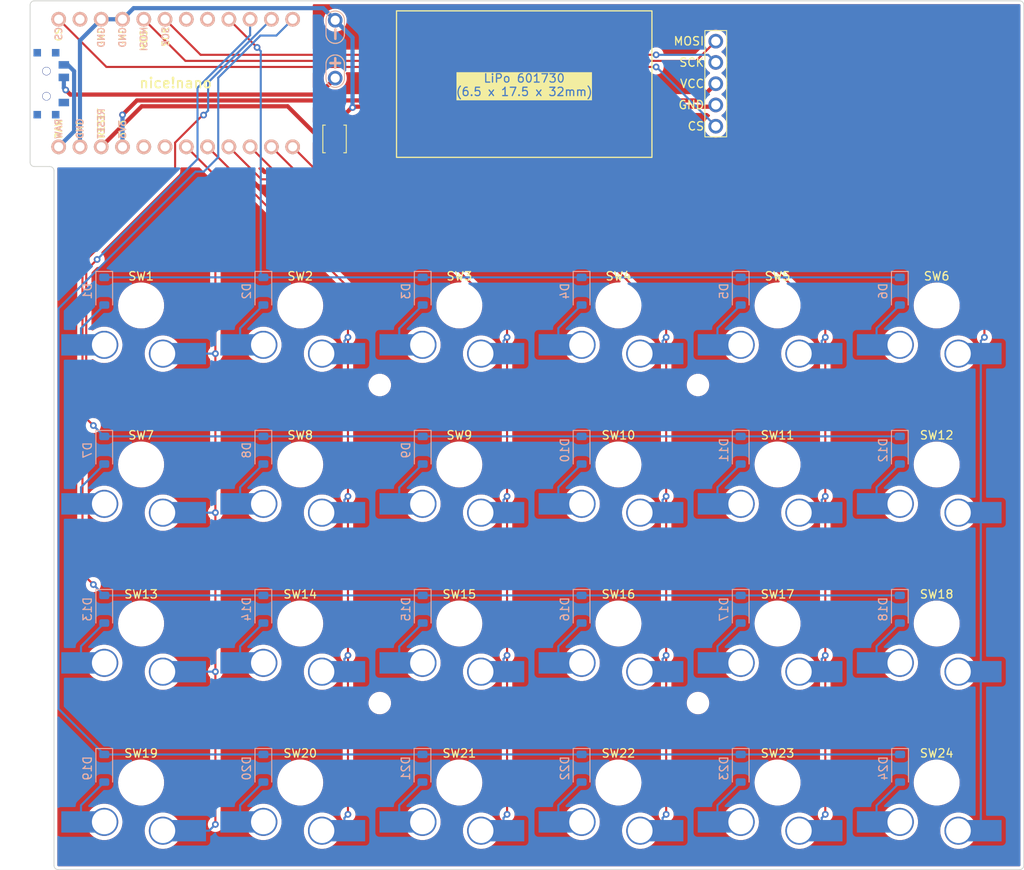
<source format=kicad_pcb>
(kicad_pcb (version 20221018) (generator pcbnew)
  (title_block (title "PLA_NCK") (rev "v0.1"))
  (layers (0 "F.Cu" signal) (31 "B.Cu" signal) (34 "B.Paste" user) (35 "F.Paste" user) (36 "B.SilkS" user "B.Silkscreen") (37 "F.SilkS" user "F.Silkscreen") (38 "B.Mask" user) (39 "F.Mask" user) (44 "Edge.Cuts" user))
  (net 0 "")
  (net 1 "BT+")
  (net 2 "GND")
  (net 3 "ROW0")
  (net 4 "Net-(D1-A)")
  (net 5 "Net-(D2-A)")
  (net 6 "Net-(D3-A)")
  (net 7 "Net-(D4-A)")
  (net 8 "Net-(D5-A)")
  (net 9 "Net-(D6-A)")
  (net 10 "ROW1")
  (net 11 "Net-(D7-A)")
  (net 12 "Net-(D8-A)")
  (net 13 "Net-(D9-A)")
  (net 14 "Net-(D10-A)")
  (net 15 "Net-(D11-A)")
  (net 16 "Net-(D12-A)")
  (net 17 "ROW2")
  (net 18 "Net-(D13-A)")
  (net 19 "Net-(D14-A)")
  (net 20 "Net-(D15-A)")
  (net 21 "Net-(D16-A)")
  (net 22 "Net-(D17-A)")
  (net 23 "Net-(D18-A)")
  (net 24 "ROW3")
  (net 25 "Net-(D19-A)")
  (net 26 "Net-(D20-A)")
  (net 27 "Net-(D21-A)")
  (net 28 "Net-(D22-A)")
  (net 29 "Net-(D23-A)")
  (net 30 "Net-(D24-A)")
  (net 31 "MOSI")
  (net 32 "SCK")
  (net 33 "+3V3")
  (net 34 "NVCS")
  (net 35 "RESET")
  (net 36 "COL0")
  (net 37 "COL1")
  (net 38 "COL2")
  (net 39 "COL3")
  (net 40 "COL4")
  (net 41 "COL5")
  (net 43 "RAW")
  (footprint "lib:SW_Gateron_KS27_NO_LED" (layer "F.Cu") (at 104.475 85.602)
    (fp_text reference "SW8")
    (fp_text value "Gateron KS-27")
  )
  (footprint "lib:SW_Gateron_KS27_NO_LED" (layer "F.Cu") (at 180.475 104.602)
    (fp_text reference "SW18")
    (fp_text value "Gateron KS-27")
  )
  (footprint "lib:SW_Gateron_KS27_NO_LED" (layer "F.Cu") (at 161.475 66.602)
    (fp_text reference "SW5")
    (fp_text value "Gateron KS-27")
  )
  (footprint "MountingHole:MountingHole_2.2mm_M2" (layer "F.Cu") (at 113.975 114.102)
    (fp_text reference "HPS2" hide)
    (fp_text value "PlateSupport")
  )
  (footprint "lib:SW_Gateron_KS27_NO_LED" (layer "F.Cu") (at 161.475 85.602)
    (fp_text reference "SW11")
    (fp_text value "Gateron KS-27")
  )
  (footprint "lib:SW_Gateron_KS27_NO_LED" (layer "F.Cu") (at 142.475 123.602)
    (fp_text reference "SW22")
    (fp_text value "Gateron KS-27")
  )
  (footprint "lib:SW_Gateron_KS27_NO_LED" (layer "F.Cu") (at 180.475 85.602)
    (fp_text reference "SW12")
    (fp_text value "Gateron KS-27")
  )
  (footprint "lib:SW_Gateron_KS27_NO_LED" (layer "F.Cu") (at 180.475 66.602)
    (fp_text reference "SW6")
    (fp_text value "Gateron KS-27")
  )
  (footprint "lib:SW_Gateron_KS27_NO_LED" (layer "F.Cu") (at 142.475 104.602)
    (fp_text reference "SW16")
    (fp_text value "Gateron KS-27")
  )
  (footprint "lib:SW_Gateron_KS27_NO_LED" (layer "F.Cu") (at 142.475 66.602)
    (fp_text reference "SW4")
    (fp_text value "Gateron KS-27")
  )
  (footprint "lib:SW_Gateron_KS27_NO_LED" (layer "F.Cu") (at 85.475 123.602)
    (fp_text reference "SW19")
    (fp_text value "Gateron KS-27")
  )
  (footprint "lib:SW_Gateron_KS27_NO_LED" (layer "F.Cu") (at 123.475 104.602)
    (fp_text reference "SW15")
    (fp_text value "Gateron KS-27")
  )
  (footprint "lib:1pin_battery_v2" (layer "F.Cu") (at 108.655 32.5185 -90)
    (fp_text reference "BatGND1" hide)
    (fp_text value "MountingHole_Pad" hide)
  )
  (footprint "lib:SW_Gateron_KS27_NO_LED" (layer "F.Cu") (at 123.475 123.602)
    (fp_text reference "SW21")
    (fp_text value "Gateron KS-27")
  )
  (footprint "lib:SW_RESET" (layer "F.Cu") (at 108.575 46.702 -90)
    (fp_text reference "RSW1" hide)
    (fp_text value "RESET")
  )
  (footprint "MountingHole:MountingHole_2.2mm_M2" (layer "F.Cu") (at 151.975 76.102)
    (fp_text reference "HPS4" hide)
    (fp_text value "PlateSupport")
  )
  (footprint "lib:SW_Gateron_KS27_NO_LED" (layer "F.Cu") (at 85.475 85.602)
    (fp_text reference "SW7")
    (fp_text value "Gateron KS-27")
  )
  (footprint "lib:1pin_battery_v2" (layer "F.Cu") (at 108.655 39.4355 90)
    (fp_text reference "Bat+1" hide)
    (fp_text value "MountingHole_Pad" hide)
  )
  (footprint "lib:SW_Gateron_KS27_NO_LED" (layer "F.Cu") (at 85.475 66.602)
    (fp_text reference "SW1")
    (fp_text value "Gateron KS-27")
  )
  (footprint "lib:SW_Gateron_KS27_NO_LED" (layer "F.Cu") (at 85.475 104.602)
    (fp_text reference "SW13")
    (fp_text value "Gateron KS-27")
  )
  (footprint "lib:SW_Gateron_KS27_NO_LED" (layer "F.Cu") (at 161.475 104.602)
    (fp_text reference "SW17")
    (fp_text value "Gateron KS-27")
  )
  (footprint "lib:SW_Gateron_KS27_NO_LED" (layer "F.Cu") (at 180.475 123.602)
    (fp_text reference "SW24")
    (fp_text value "Gateron KS-27")
  )
  (footprint "lib:SW_Gateron_KS27_NO_LED" (layer "F.Cu") (at 123.475 85.602)
    (fp_text reference "SW9")
    (fp_text value "Gateron KS-27")
  )
  (footprint "lib:SW_Gateron_KS27_NO_LED" (layer "F.Cu") (at 104.475 123.602)
    (fp_text reference "SW20")
    (fp_text value "Gateron KS-27")
  )
  (footprint "MountingHole:MountingHole_2.2mm_M2" (layer "F.Cu") (at 113.975 76.102)
    (fp_text reference "HPS1" hide)
    (fp_text value "PlateSupport")
  )
  (footprint "MountingHole:MountingHole_2.2mm_M2" (layer "F.Cu") (at 151.975 114.102)
    (fp_text reference "HPS3" hide)
    (fp_text value "PlateSupport")
  )
  (footprint "lib:SW_Gateron_KS27_NO_LED" (layer "F.Cu") (at 104.475 66.602)
    (fp_text reference "SW2")
    (fp_text value "Gateron KS-27")
  )
  (footprint "lib:SW_Gateron_KS27_NO_LED" (layer "F.Cu") (at 123.475 66.602)
    (fp_text reference "SW3")
    (fp_text value "Gateron KS-27")
  )
  (footprint "lib:nice_view" (layer "F.Cu") (at 170.575 40.102 -90)
    (fp_text reference "Display1")
    (fp_text value "nice!view" hide)
  )
  (footprint "lib:SW_Gateron_KS27_NO_LED" (layer "F.Cu") (at 104.475 104.602)
    (fp_text reference "SW14")
    (fp_text value "Gateron KS-27")
  )
  (footprint "lib:SW_Gateron_KS27_NO_LED" (layer "F.Cu") (at 161.475 123.602)
    (fp_text reference "SW23")
    (fp_text value "Gateron KS-27")
  )
  (footprint "lib:SW_Gateron_KS27_NO_LED" (layer "F.Cu") (at 142.475 85.602)
    (fp_text reference "SW10")
    (fp_text value "Gateron KS-27")
  )
  (footprint "Diode_SMD:D_SOD-123" (layer "B.Cu") (at 119.075 121.892 -90)
    (fp_text reference "D21")
    (fp_text value "diode")
  )
  (footprint "Diode_SMD:D_SOD-123" (layer "B.Cu") (at 81.075 64.892 -90)
    (fp_text reference "D1")
    (fp_text value "diode")
  )
  (footprint "Diode_SMD:D_SOD-123" (layer "B.Cu") (at 138.075 83.892 -90)
    (fp_text reference "D10")
    (fp_text value "diode")
  )
  (footprint "Diode_SMD:D_SOD-123" (layer "B.Cu") (at 176.105 121.892 -90)
    (fp_text reference "D24")
    (fp_text value "diode")
  )
  (footprint "lib:nice_nano" (layer "B.Cu") (at 89.605 40.022)
    (fp_text reference "U1" hide)
    (fp_text value "nice!nano")
  )
  (footprint "Diode_SMD:D_SOD-123" (layer "B.Cu") (at 100.075 121.892 -90)
    (fp_text reference "D20")
    (fp_text value "diode")
  )
  (footprint "Diode_SMD:D_SOD-123" (layer "B.Cu") (at 157.075 83.892 -90)
    (fp_text reference "D11")
    (fp_text value "diode")
  )
  (footprint "Diode_SMD:D_SOD-123" (layer "B.Cu") (at 119.105 64.892 -90)
    (fp_text reference "D3")
    (fp_text value "diode")
  )
  (footprint "Diode_SMD:D_SOD-123" (layer "B.Cu") (at 157.075 121.892 -90)
    (fp_text reference "D23")
    (fp_text value "diode")
  )
  (footprint "Diode_SMD:D_SOD-123" (layer "B.Cu") (at 100.075 83.892 -90)
    (fp_text reference "D8")
    (fp_text value "diode")
  )
  (footprint "Diode_SMD:D_SOD-123" (layer "B.Cu") (at 138.075 64.892 -90)
    (fp_text reference "D4")
    (fp_text value "diode")
  )
  (footprint "Diode_SMD:D_SOD-123" (layer "B.Cu") (at 119.105 83.892 -90)
    (fp_text reference "D9")
    (fp_text value "diode")
  )
  (footprint "Diode_SMD:D_SOD-123" (layer "B.Cu") (at 138.075 102.892 -90)
    (fp_text reference "D16")
    (fp_text value "diode")
  )
  (footprint "Diode_SMD:D_SOD-123" (layer "B.Cu") (at 81.075 121.892 -90)
    (fp_text reference "D19")
    (fp_text value "diode")
  )
  (footprint "Diode_SMD:D_SOD-123" (layer "B.Cu") (at 100.075 64.892 -90)
    (fp_text reference "D2")
    (fp_text value "diode")
  )
  (footprint "Diode_SMD:D_SOD-123" (layer "B.Cu") (at 176.075 102.892 -90)
    (fp_text reference "D18")
    (fp_text value "diode")
  )
  (footprint "Diode_SMD:D_SOD-123" (layer "B.Cu") (at 81.075 102.892 -90)
    (fp_text reference "D13")
    (fp_text value "diode")
  )
  (footprint "Diode_SMD:D_SOD-123" (layer "B.Cu") (at 176.075 64.892 -90)
    (fp_text reference "D6")
    (fp_text value "diode")
  )
  (footprint "Diode_SMD:D_SOD-123" (layer "B.Cu") (at 100.075 102.892 -90)
    (fp_text reference "D14")
    (fp_text value "diode")
  )
  (footprint "lib:smt-slider-switch" (layer "B.Cu") (at 74.175 40.102 -90)
    (fp_text reference "SW_POWER1" hide)
    (fp_text value "SW_SPDT")
  )
  (footprint "Diode_SMD:D_SOD-123" (layer "B.Cu") (at 176.075 83.892 -90)
    (fp_text reference "D12")
    (fp_text value "diode")
  )
  (footprint "Diode_SMD:D_SOD-123" (layer "B.Cu") (at 81.075 83.892 -90)
    (fp_text reference "D7")
    (fp_text value "diode")
  )
  (footprint "Diode_SMD:D_SOD-123" (layer "B.Cu") (at 119.105 102.892 -90)
    (fp_text reference "D15")
    (fp_text value "diode")
  )
  (footprint "Diode_SMD:D_SOD-123" (layer "B.Cu") (at 138.075 121.892 -90)
    (fp_text reference "D22")
    (fp_text value "diode")
  )
  (footprint "Diode_SMD:D_SOD-123" (layer "B.Cu") (at 157.075 102.892 -90)
    (fp_text reference "D17")
    (fp_text value "diode")
  )
  (footprint "Diode_SMD:D_SOD-123" (layer "B.Cu") (at 157.075 64.892 -90)
    (fp_text reference "D5")
    (fp_text value "diode")
  )
  (gr_rect (start 115.975 31.402) (end 146.475 48.902) (stroke (width 0.15)) (fill none) (layer "F.SilkS"))
  (gr_arc locked (start 74.575 50.002) (mid 74.928553 50.148447) (end 75.075 50.502) (stroke (width 0.1)) (layer "Edge.Cuts"))
  (gr_line (start 190.375 30.202) (end 72.725 30.202) (stroke (width 0.1)) (layer "Edge.Cuts"))
  (gr_line locked (start 190.375 134.002) (end 75.575 134.002) (stroke (width 0.1)) (layer "Edge.Cuts"))
  (gr_line (start 74.575 50.002) (end 72.725 50.002) (stroke (width 0.1)) (layer "Edge.Cuts"))
  (gr_line locked (start 75.075 133.502) (end 75.075 50.502) (stroke (width 0.1)) (layer "Edge.Cuts"))
  (gr_arc locked (start 72.725 50.002) (mid 72.371447 49.855553) (end 72.225 49.502) (stroke (width 0.1)) (layer "Edge.Cuts"))
  (gr_line locked (start 190.875 30.702) (end 190.875 133.502) (stroke (width 0.1)) (layer "Edge.Cuts"))
  (gr_line locked (start 72.225 49.502) (end 72.225 30.702) (stroke (width 0.1)) (layer "Edge.Cuts"))
  (gr_arc locked (start 75.575 134.002) (mid 75.221447 133.855553) (end 75.075 133.502) (stroke (width 0.1)) (layer "Edge.Cuts"))
  (gr_arc locked (start 190.875 133.502) (mid 190.728553 133.855553) (end 190.375 134.002) (stroke (width 0.1)) (layer "Edge.Cuts"))
  (gr_arc locked (start 72.225 30.702) (mid 72.371447 30.348447) (end 72.725 30.202) (stroke (width 0.1)) (layer "Edge.Cuts"))
  (gr_arc locked (start 190.375 30.202) (mid 190.728553 30.348447) (end 190.875 30.702) (stroke (width 0.1)) (layer "Edge.Cuts"))
  (gr_text "LiPo 601730\n(6.5 x 17.5 x 32mm)\n" (at 131.225 41.652) (layer "F.SilkS" knockout) (effects (font (size 1 1)) (justify bottom)))
  (segment (start 106.6885 41.402) (end 77.025 41.402) (width 0.5) (layer "F.Cu") (net 1))
  (segment (start 108.655 39.4355) (end 106.6885 41.402) (width 0.5) (layer "F.Cu") (net 1))
  (segment (start 77.025 41.402) (end 76.475 40.852) (width 0.5) (layer "F.Cu") (net 1))
  (via (at 76.475 40.852) (size 0.8) (drill 0.4) (layers "F.Cu" "B.Cu") (net 1))
  (segment (start 76.25 39.352) (end 76.25 40.627) (width 0.5) (layer "B.Cu") (net 1))
  (segment (start 76.25 40.627) (end 76.475 40.852) (width 0.5) (layer "B.Cu") (net 1))
  (segment (start 110.725 42.852) (end 110.675 42.9017) (width 0.5) (layer "F.Cu") (net 2))
  (segment (start 108.725 44.9015) (end 108.725 44.852) (width 0.25) (layer "F.Cu") (net 2))
  (segment (start 108.624 45.002) (end 108.725 44.9015) (width 0.25) (layer "F.Cu") (net 2))
  (segment (start 108.575 45.002) (end 108.624 45.002) (width 0.5) (layer "F.Cu") (net 2))
  (segment (start 154.095 42.642) (end 153.885 42.852) (width 0.5) (layer "F.Cu") (net 2))
  (segment (start 110.725 42.9515) (end 110.675 42.9018) (width 0.25) (layer "F.Cu") (net 2))
  (segment (start 153.885 42.852) (end 110.725 42.852) (width 0.5) (layer "F.Cu") (net 2))
  (segment (start 108.624 45.002) (end 108.674 45.002) (width 0.5) (layer "F.Cu") (net 2))
  (segment (start 110.675 42.9017) (end 108.725 44.852) (width 0.5) (layer "F.Cu") (net 2))
  (segment (start 154.095 42.642) (end 153.786 42.9515) (width 0.5) (layer "F.Cu") (net 2))
  (segment (start 110.675 42.9018) (end 110.675 42.9017) (width 0.25) (layer "F.Cu") (net 2))
  (via (at 110.725 42.9515) (size 0.8) (drill 0.4) (layers "F.Cu" "B.Cu") (net 2))
  (segment (start 110.725 42.9515) (end 110.725 34.5885) (width 0.5) (layer "B.Cu") (net 2))
  (segment (start 107.212 31.0757) (end 84.5813 31.0757) (width 0.5) (layer "B.Cu") (net 2))
  (segment (start 80.715 32.402) (end 83.255 32.402) (width 0.5) (layer "B.Cu") (net 2))
  (segment (start 108.655 32.5185) (end 107.212 31.0757) (width 0.5) (layer "B.Cu") (net 2))
  (segment (start 110.725 34.5885) (end 108.655 32.5185) (width 0.5) (layer "B.Cu") (net 2))
  (segment (start 78.175 34.942) (end 78.175 47.642) (width 0.5) (layer "B.Cu") (net 2))
  (segment (start 80.715 32.402) (end 78.175 34.942) (width 0.5) (layer "B.Cu") (net 2))
  (segment (start 84.5813 31.0757) (end 83.255 32.402) (width 0.5) (layer "B.Cu") (net 2))
  (segment (start 99.325497 35.772497) (end 95.955 32.402) (width 0.25) (layer "F.Cu") (net 3))
  (via (at 99.325497 35.772497) (size 0.8) (drill 0.4) (layers "F.Cu" "B.Cu") (net 3))
  (segment (start 99.765 63.242) (end 100.075 63.242) (width 0.25) (layer "B.Cu") (net 3))
  (segment (start 99.765 36.212) (end 99.325497 35.772497) (width 0.25) (layer "B.Cu") (net 3))
  (segment (start 157.075 63.242) (end 176.075 63.242) (width 0.25) (layer "B.Cu") (net 3))
  (segment (start 100.075 63.242) (end 119.105 63.242) (width 0.25) (layer "B.Cu") (net 3))
  (segment (start 138.075 63.242) (end 157.075 63.242) (width 0.25) (layer "B.Cu") (net 3))
  (segment (start 99.765 63.242) (end 99.765 36.212) (width 0.25) (layer "B.Cu") (net 3))
  (segment (start 81.075 63.242) (end 99.765 63.242) (width 0.25) (layer "B.Cu") (net 3))
  (segment (start 119.105 63.242) (end 138.075 63.242) (width 0.25) (layer "B.Cu") (net 3))
  (segment (start 78.297 69.32) (end 81.075 66.542) (width 0.25) (layer "B.Cu") (net 4))
  (segment (start 78.297 70.312) (end 80.085 70.312) (width 0.25) (layer "B.Cu") (net 4))
  (segment (start 78.297 71.304) (end 78.297 70.312) (width 0.25) (layer "B.Cu") (net 4))
  (segment (start 78.297 70.312) (end 78.297 69.32) (width 0.25) (layer "B.Cu") (net 4))
  (segment (start 80.085 70.312) (end 81.075 71.302) (width 0.25) (layer "B.Cu") (net 4))
  (segment (start 97.297 69.32) (end 100.075 66.542) (width 0.25) (layer "B.Cu") (net 5))
  (segment (start 97.297 70.312) (end 97.297 69.32) (width 0.25) (layer "B.Cu") (net 5))
  (segment (start 99.085 70.312) (end 100.075 71.302) (width 0.25) (layer "B.Cu") (net 5))
  (segment (start 97.297 70.312) (end 99.085 70.312) (width 0.25) (layer "B.Cu") (net 5))
  (segment (start 97.297 71.304) (end 97.297 70.312) (width 0.25) (layer "B.Cu") (net 5))
  (segment (start 116.297 70.327) (end 116.297 69.35) (width 0.25) (layer "B.Cu") (net 6))
  (segment (start 116.297 69.35) (end 119.105 66.542) (width 0.25) (layer "B.Cu") (net 6))
  (segment (start 118.1 70.327) (end 119.075 71.302) (width 0.25) (layer "B.Cu") (net 6))
  (segment (start 116.297 71.304) (end 116.297 70.327) (width 0.25) (layer "B.Cu") (net 6))
  (segment (start 116.297 70.327) (end 118.1 70.327) (width 0.25) (layer "B.Cu") (net 6))
  (segment (start 135.297 69.32) (end 138.075 66.542) (width 0.25) (layer "B.Cu") (net 7))
  (segment (start 135.297 70.312) (end 137.085 70.312) (width 0.25) (layer "B.Cu") (net 7))
  (segment (start 135.297 71.304) (end 135.297 70.312) (width 0.25) (layer "B.Cu") (net 7))
  (segment (start 135.297 70.312) (end 135.297 69.32) (width 0.25) (layer "B.Cu") (net 7))
  (segment (start 137.085 70.312) (end 138.075 71.302) (width 0.25) (layer "B.Cu") (net 7))
  (segment (start 154.297 70.312) (end 154.297 69.32) (width 0.25) (layer "B.Cu") (net 8))
  (segment (start 154.297 70.312) (end 156.085 70.312) (width 0.25) (layer "B.Cu") (net 8))
  (segment (start 154.297 71.304) (end 154.297 70.312) (width 0.25) (layer "B.Cu") (net 8))
  (segment (start 156.085 70.312) (end 157.075 71.302) (width 0.25) (layer "B.Cu") (net 8))
  (segment (start 154.297 69.32) (end 157.075 66.542) (width 0.25) (layer "B.Cu") (net 8))
  (segment (start 173.297 70.312) (end 175.085 70.312) (width 0.25) (layer "B.Cu") (net 9))
  (segment (start 173.297 70.312) (end 173.297 69.32) (width 0.25) (layer "B.Cu") (net 9))
  (segment (start 173.297 69.32) (end 176.075 66.542) (width 0.25) (layer "B.Cu") (net 9))
  (segment (start 173.297 71.304) (end 173.297 70.312) (width 0.25) (layer "B.Cu") (net 9))
  (segment (start 175.085 70.312) (end 176.075 71.302) (width 0.25) (layer "B.Cu") (net 9))
  (segment (start 78.925 62.402) (end 78.925 80.092) (width 0.25) (layer "F.Cu") (net 10))
  (segment (start 78.925 80.092) (end 79.775 80.942) (width 0.25) (layer "F.Cu") (net 10))
  (segment (start 80.225 61.102) (end 78.925 62.402) (width 0.25) (layer "F.Cu") (net 10))
  (via (at 80.225 61.102) (size 0.8) (drill 0.4) (layers "F.Cu" "B.Cu") (net 10))
  (via (at 79.775 80.942) (size 0.8) (drill 0.4) (layers "F.Cu" "B.Cu") (net 10))
  (segment (start 80.225 61.102) (end 92.2137 49.1133) (width 0.25) (layer "B.Cu") (net 10))
  (segment (start 100.075 82.242) (end 81.075 82.242) (width 0.25) (layer "B.Cu") (net 10))
  (segment (start 119.105 82.242) (end 100.075 82.242) (width 0.25) (layer "B.Cu") (net 10))
  (segment (start 98.495 34.305604) (end 98.495 32.402) (width 0.25) (layer "B.Cu") (net 10))
  (segment (start 92.2137 40.586904) (end 98.495 34.305604) (width 0.25) (layer "B.Cu") (net 10))
  (segment (start 176.075 82.242) (end 157.075 82.242) (width 0.25) (layer "B.Cu") (net 10))
  (segment (start 92.2137 49.1133) (end 92.2137 40.586904) (width 0.25) (layer "B.Cu") (net 10))
  (segment (start 81.075 82.242) (end 79.775 80.942) (width 0.25) (layer "B.Cu") (net 10))
  (segment (start 138.075 82.242) (end 119.105 82.242) (width 0.25) (layer "B.Cu") (net 10))
  (segment (start 157.075 82.242) (end 138.075 82.242) (width 0.25) (layer "B.Cu") (net 10))
  (segment (start 78.297 90.304) (end 78.297 89.312) (width 0.25) (layer "B.Cu") (net 11))
  (segment (start 78.297 89.312) (end 78.297 88.32) (width 0.25) (layer "B.Cu") (net 11))
  (segment (start 78.297 89.312) (end 80.085 89.312) (width 0.25) (layer "B.Cu") (net 11))
  (segment (start 78.297 88.32) (end 81.075 85.542) (width 0.25) (layer "B.Cu") (net 11))
  (segment (start 80.085 89.312) (end 81.075 90.302) (width 0.25) (layer "B.Cu") (net 11))
  (segment (start 99.085 89.312) (end 100.075 90.302) (width 0.25) (layer "B.Cu") (net 12))
  (segment (start 97.297 90.304) (end 97.297 89.312) (width 0.25) (layer "B.Cu") (net 12))
  (segment (start 97.297 89.312) (end 97.297 88.32) (width 0.25) (layer "B.Cu") (net 12))
  (segment (start 97.297 89.312) (end 99.085 89.312) (width 0.25) (layer "B.Cu") (net 12))
  (segment (start 97.297 88.32) (end 100.075 85.542) (width 0.25) (layer "B.Cu") (net 12))
  (segment (start 118.1 89.327) (end 119.075 90.302) (width 0.25) (layer "B.Cu") (net 13))
  (segment (start 116.297 89.327) (end 118.1 89.327) (width 0.25) (layer "B.Cu") (net 13))
  (segment (start 116.297 90.304) (end 116.297 89.327) (width 0.25) (layer "B.Cu") (net 13))
  (segment (start 116.297 89.327) (end 116.297 88.35) (width 0.25) (layer "B.Cu") (net 13))
  (segment (start 116.297 88.35) (end 119.105 85.542) (width 0.25) (layer "B.Cu") (net 13))
  (segment (start 135.297 89.312) (end 135.297 88.32) (width 0.25) (layer "B.Cu") (net 14))
  (segment (start 135.297 89.312) (end 137.085 89.312) (width 0.25) (layer "B.Cu") (net 14))
  (segment (start 135.297 88.32) (end 138.075 85.542) (width 0.25) (layer "B.Cu") (net 14))
  (segment (start 135.297 90.304) (end 135.297 89.312) (width 0.25) (layer "B.Cu") (net 14))
  (segment (start 137.085 89.312) (end 138.075 90.302) (width 0.25) (layer "B.Cu") (net 14))
  (segment (start 154.297 90.304) (end 154.297 89.312) (width 0.25) (layer "B.Cu") (net 15))
  (segment (start 154.297 89.312) (end 154.297 88.32) (width 0.25) (layer "B.Cu") (net 15))
  (segment (start 156.085 89.312) (end 157.075 90.302) (width 0.25) (layer "B.Cu") (net 15))
  (segment (start 154.297 89.312) (end 156.085 89.312) (width 0.25) (layer "B.Cu") (net 15))
  (segment (start 154.297 88.32) (end 157.075 85.542) (width 0.25) (layer "B.Cu") (net 15))
  (segment (start 173.297 89.312) (end 175.085 89.312) (width 0.25) (layer "B.Cu") (net 16))
  (segment (start 173.297 90.304) (end 173.297 89.312) (width 0.25) (layer "B.Cu") (net 16))
  (segment (start 173.297 88.32) (end 176.075 85.542) (width 0.25) (layer "B.Cu") (net 16))
  (segment (start 173.297 89.312) (end 173.297 88.32) (width 0.25) (layer "B.Cu") (net 16))
  (segment (start 175.085 89.312) (end 176.075 90.302) (width 0.25) (layer "B.Cu") (net 16))
  (segment (start 78.475 98.642) (end 79.775 99.942) (width 0.25) (layer "F.Cu") (net 17))
  (segment (start 78.475 61.602) (end 78.475 98.642) (width 0.25) (layer "F.Cu") (net 17))
  (segment (start 92.828705 43.852) (end 89.5363 47.144405) (width 0.25) (layer "F.Cu") (net 17))
  (segment (start 89.5363 47.144405) (end 89.5363 50.5407) (width 0.25) (layer "F.Cu") (net 17))
  (segment (start 92.9382 43.852) (end 92.828705 43.852) (width 0.25) (layer "F.Cu") (net 17))
  (segment (start 89.5363 50.5407) (end 78.475 61.602) (width 0.25) (layer "F.Cu") (net 17))
  (via (at 92.9382 43.852) (size 0.8) (drill 0.4) (layers "F.Cu" "B.Cu") (net 17))
  (via (at 79.775 99.942) (size 0.8) (drill 0.4) (layers "F.Cu" "B.Cu") (net 17))
  (segment (start 92.9382 43.852) (end 93.475 43.3152) (width 0.25) (layer "B.Cu") (net 17))
  (segment (start 119.105 101.242) (end 138.075 101.242) (width 0.25) (layer "B.Cu") (net 17))
  (segment (start 93.475 39.962) (end 101.035 32.402) (width 0.25) (layer "B.Cu") (net 17))
  (segment (start 100.075 101.242) (end 119.105 101.242) (width 0.25) (layer "B.Cu") (net 17))
  (segment (start 81.075 101.242) (end 100.075 101.242) (width 0.25) (layer "B.Cu") (net 17))
  (segment (start 138.075 101.242) (end 157.075 101.242) (width 0.25) (layer "B.Cu") (net 17))
  (segment (start 157.075 101.242) (end 176.075 101.242) (width 0.25) (layer "B.Cu") (net 17))
  (segment (start 81.075 101.242) (end 79.775 99.942) (width 0.25) (layer "B.Cu") (net 17))
  (segment (start 93.475 43.3152) (end 93.475 39.962) (width 0.25) (layer "B.Cu") (net 17))
  (segment (start 80.085 108.312) (end 81.075 109.302) (width 0.25) (layer "B.Cu") (net 18))
  (segment (start 78.297 108.312) (end 80.085 108.312) (width 0.25) (layer "B.Cu") (net 18))
  (segment (start 78.297 108.312) (end 78.297 107.32) (width 0.25) (layer "B.Cu") (net 18))
  (segment (start 78.297 109.304) (end 78.297 108.312) (width 0.25) (layer "B.Cu") (net 18))
  (segment (start 78.297 107.32) (end 81.075 104.542) (width 0.25) (layer "B.Cu") (net 18))
  (segment (start 97.297 108.312) (end 97.297 107.32) (width 0.25) (layer "B.Cu") (net 19))
  (segment (start 97.297 108.312) (end 99.085 108.312) (width 0.25) (layer "B.Cu") (net 19))
  (segment (start 97.297 109.304) (end 97.297 108.312) (width 0.25) (layer "B.Cu") (net 19))
  (segment (start 97.297 107.32) (end 100.075 104.542) (width 0.25) (layer "B.Cu") (net 19))
  (segment (start 99.085 108.312) (end 100.075 109.302) (width 0.25) (layer "B.Cu") (net 19))
  (segment (start 116.297 109.304) (end 116.297 108.327) (width 0.25) (layer "B.Cu") (net 20))
  (segment (start 116.297 107.35) (end 119.105 104.542) (width 0.25) (layer "B.Cu") (net 20))
  (segment (start 116.297 108.327) (end 116.297 107.35) (width 0.25) (layer "B.Cu") (net 20))
  (segment (start 116.297 108.327) (end 118.1 108.327) (width 0.25) (layer "B.Cu") (net 20))
  (segment (start 118.1 108.327) (end 119.075 109.302) (width 0.25) (layer "B.Cu") (net 20))
  (segment (start 135.297 107.32) (end 138.075 104.542) (width 0.25) (layer "B.Cu") (net 21))
  (segment (start 135.297 108.312) (end 135.297 107.32) (width 0.25) (layer "B.Cu") (net 21))
  (segment (start 135.297 109.304) (end 135.297 108.312) (width 0.25) (layer "B.Cu") (net 21))
  (segment (start 137.085 108.312) (end 138.075 109.302) (width 0.25) (layer "B.Cu") (net 21))
  (segment (start 135.297 108.312) (end 137.085 108.312) (width 0.25) (layer "B.Cu") (net 21))
  (segment (start 154.297 108.312) (end 154.297 107.32) (width 0.25) (layer "B.Cu") (net 22))
  (segment (start 154.297 109.304) (end 154.297 108.312) (width 0.25) (layer "B.Cu") (net 22))
  (segment (start 156.085 108.312) (end 157.075 109.302) (width 0.25) (layer "B.Cu") (net 22))
  (segment (start 154.297 107.32) (end 157.075 104.542) (width 0.25) (layer "B.Cu") (net 22))
  (segment (start 154.297 108.312) (end 156.085 108.312) (width 0.25) (layer "B.Cu") (net 22))
  (segment (start 173.297 108.312) (end 173.297 107.32) (width 0.25) (layer "B.Cu") (net 23))
  (segment (start 175.085 108.312) (end 176.075 109.302) (width 0.25) (layer "B.Cu") (net 23))
  (segment (start 173.297 109.304) (end 173.297 108.312) (width 0.25) (layer "B.Cu") (net 23))
  (segment (start 173.297 107.32) (end 176.075 104.542) (width 0.25) (layer "B.Cu") (net 23))
  (segment (start 173.297 108.312) (end 175.085 108.312) (width 0.25) (layer "B.Cu") (net 23))
  (segment (start 157.075 120.242) (end 138.075 120.242) (width 0.25) (layer "B.Cu") (net 24))
  (segment (start 94.685 39.388396) (end 94.685 48.892) (width 0.25) (layer "B.Cu") (net 24))
  (segment (start 100.075 120.242) (end 81.075 120.242) (width 0.25) (layer "B.Cu") (net 24))
  (segment (start 119.075 120.242) (end 100.075 120.242) (width 0.25) (layer "B.Cu") (net 24))
  (segment (start 75.6181 66.9589) (end 75.6181 114.7851) (width 0.25) (layer "B.Cu") (net 24))
  (segment (start 94.685 48.892) (end 92.975 50.602) (width 0.25) (layer "B.Cu") (net 24))
  (segment (start 75.6181 114.7851) (end 81.075 120.242) (width 0.25) (layer "B.Cu") (net 24))
  (segment (start 103.575 32.402) (end 101.625 34.352) (width 0.25) (layer "B.Cu") (net 24))
  (segment (start 138.075 120.242) (end 119.075 120.242) (width 0.25) (layer "B.Cu") (net 24))
  (segment (start 176.105 120.242) (end 157.075 120.242) (width 0.25) (layer "B.Cu") (net 24))
  (segment (start 99.721396 34.352) (end 94.685 39.388396) (width 0.25) (layer "B.Cu") (net 24))
  (segment (start 91.975 50.602) (end 75.6181 66.9589) (width 0.25) (layer "B.Cu") (net 24))
  (segment (start 92.975 50.602) (end 91.975 50.602) (width 0.25) (layer "B.Cu") (net 24))
  (segment (start 101.625 34.352) (end 99.721396 34.352) (width 0.25) (layer "B.Cu") (net 24))
  (segment (start 78.297 127.312) (end 78.297 126.32) (width 0.25) (layer "B.Cu") (net 25))
  (segment (start 80.085 127.312) (end 81.075 128.302) (width 0.25) (layer "B.Cu") (net 25))
  (segment (start 78.297 127.312) (end 80.085 127.312) (width 0.25) (layer "B.Cu") (net 25))
  (segment (start 78.297 128.304) (end 78.297 127.312) (width 0.25) (layer "B.Cu") (net 25))
  (segment (start 78.297 126.32) (end 81.075 123.542) (width 0.25) (layer "B.Cu") (net 25))
  (segment (start 97.297 127.312) (end 97.297 128.304) (width 0.25) (layer "B.Cu") (net 26))
  (segment (start 100.075 123.542) (end 97.297 126.32) (width 0.25) (layer "B.Cu") (net 26))
  (segment (start 97.297 127.312) (end 99.085 127.312) (width 0.25) (layer "B.Cu") (net 26))
  (segment (start 97.297 126.32) (end 97.297 127.312) (width 0.25) (layer "B.Cu") (net 26))
  (segment (start 99.085 127.312) (end 100.075 128.302) (width 0.25) (layer "B.Cu") (net 26))
  (segment (start 116.297 128.304) (end 116.297 127.312) (width 0.25) (layer "B.Cu") (net 27))
  (segment (start 116.297 126.32) (end 119.075 123.542) (width 0.25) (layer "B.Cu") (net 27))
  (segment (start 118.085 127.312) (end 119.075 128.302) (width 0.25) (layer "B.Cu") (net 27))
  (segment (start 116.297 127.312) (end 118.085 127.312) (width 0.25) (layer "B.Cu") (net 27))
  (segment (start 116.297 127.312) (end 116.297 126.32) (width 0.25) (layer "B.Cu") (net 27))
  (segment (start 135.297 127.312) (end 137.085 127.312) (width 0.25) (layer "B.Cu") (net 28))
  (segment (start 135.297 128.304) (end 135.297 127.312) (width 0.25) (layer "B.Cu") (net 28))
  (segment (start 135.297 127.312) (end 135.297 126.32) (width 0.25) (layer "B.Cu") (net 28))
  (segment (start 137.085 127.312) (end 138.075 128.302) (width 0.25) (layer "B.Cu") (net 28))
  (segment (start 135.297 126.32) (end 138.075 123.542) (width 0.25) (layer "B.Cu") (net 28))
  (segment (start 154.297 126.32) (end 157.075 123.542) (width 0.25) (layer "B.Cu") (net 29))
  (segment (start 154.297 127.312) (end 156.085 127.312) (width 0.25) (layer "B.Cu") (net 29))
  (segment (start 156.085 127.312) (end 157.075 128.302) (width 0.25) (layer "B.Cu") (net 29))
  (segment (start 154.297 128.304) (end 154.297 127.312) (width 0.25) (layer "B.Cu") (net 29))
  (segment (start 154.297 127.312) (end 154.297 126.32) (width 0.25) (layer "B.Cu") (net 29))
  (segment (start 176.075 128.302) (end 173.299 128.302) (width 0.25) (layer "B.Cu") (net 30))
  (segment (start 176.105 123.542) (end 173.297 126.35) (width 0.25) (layer "B.Cu") (net 30))
  (segment (start 173.297 126.35) (end 173.297 128.304) (width 0.25) (layer "B.Cu") (net 30))
  (segment (start 173.299 128.302) (end 173.297 128.304) (width 0.25) (layer "B.Cu") (net 30))
  (segment (start 154.095 35.022) (end 151.74 37.3775) (width 0.25) (layer "F.Cu") (net 31))
  (segment (start 151.74 37.3775) (end 90.7705 37.3775) (width 0.25) (layer "F.Cu") (net 31))
  (segment (start 90.7705 37.3775) (end 85.795 32.402) (width 0.25) (layer "F.Cu") (net 31))
  (segment (start 88.335 32.402) (end 92.5855 36.6525) (width 0.25) (layer "F.Cu") (net 32))
  (segment (start 92.5855 36.6525) (end 146.975 36.6525) (width 0.25) (layer "F.Cu") (net 32))
  (via (at 146.975 36.6525) (size 0.8) (drill 0.4) (layers "F.Cu" "B.Cu") (net 32))
  (segment (start 146.975 36.6525) (end 153.186 36.6525) (width 0.25) (layer "B.Cu") (net 32))
  (segment (start 153.186 36.6525) (end 154.095 37.562) (width 0.25) (layer "B.Cu") (net 32))
  (segment (start 152.095 42.102) (end 154.095 40.102) (width 0.5) (layer "F.Cu") (net 33))
  (segment (start 84.975 42.102) (end 152.095 42.102) (width 0.5) (layer "F.Cu") (net 33))
  (segment (start 83.255 43.822) (end 84.975 42.102) (width 0.5) (layer "F.Cu") (net 33))
  (via (at 83.255 43.822) (size 0.8) (drill 0.4) (layers "F.Cu" "B.Cu") (net 33))
  (segment (start 83.255 43.822) (end 83.255 47.642) (width 0.5) (layer "B.Cu") (net 33))
  (segment (start 81.335 38.102) (end 75.635 32.402) (width 0.25) (layer "F.Cu") (net 34))
  (segment (start 146.975 38.102) (end 81.335 38.102) (width 0.25) (layer "F.Cu") (net 34))
  (via (at 146.975 38.102) (size 0.8) (drill 0.4) (layers "F.Cu" "B.Cu") (net 34))
  (segment (start 147.015 38.102) (end 146.975 38.102) (width 0.25) (layer "B.Cu") (net 34))
  (segment (start 154.095 45.182) (end 147.015 38.102) (width 0.25) (layer "B.Cu") (net 34))
  (segment (start 85.555 42.802) (end 80.715 47.642) (width 0.5) (layer "F.Cu") (net 35))
  (segment (start 108.575 48.402) (end 102.975 42.802) (width 0.5) (layer "F.Cu") (net 35))
  (segment (start 102.975 42.802) (end 85.555 42.802) (width 0.5) (layer "F.Cu") (net 35))
  (segment (start 94.3455 51.1125) (end 90.875 47.642) (width 0.25) (layer "F.Cu") (net 36))
  (segment (start 94.3455 110.352) (end 94.3455 91.352) (width 0.25) (layer "F.Cu") (net 36))
  (segment (start 94.3455 72.352) (end 94.3455 91.352) (width 0.25) (layer "F.Cu") (net 36))
  (segment (start 94.3455 128.602) (end 94.3455 110.352) (width 0.25) (layer "F.Cu") (net 36))
  (segment (start 94.3455 72.352) (end 94.3455 51.1125) (width 0.25) (layer "F.Cu") (net 36))
  (via (at 94.3455 128.602) (size 0.8) (drill 0.4) (layers "F.Cu" "B.Cu") (net 36))
  (via (at 94.3455 91.352) (size 0.8) (drill 0.4) (layers "F.Cu" "B.Cu") (net 36))
  (via (at 94.3455 72.352) (size 0.8) (drill 0.4) (layers "F.Cu" "B.Cu") (net 36))
  (via (at 94.3455 110.352) (size 0.8) (drill 0.4) (layers "F.Cu" "B.Cu") (net 36))
  (segment (start 94.3455 110.352) (end 90.748 110.352) (width 0.25) (layer "B.Cu") (net 36))
  (segment (start 90.748 110.352) (end 88.075 110.352) (width 0.25) (layer "B.Cu") (net 36))
  (segment (start 90.748 72.352) (end 88.075 72.352) (width 0.25) (layer "B.Cu") (net 36))
  (segment (start 90.748 129.352) (end 88.075 129.352) (width 0.25) (layer "B.Cu") (net 36))
  (segment (start 94.3455 128.602) (end 93.5955 129.352) (width 0.25) (layer "B.Cu") (net 36))
  (segment (start 94.3455 91.352) (end 90.748 91.352) (width 0.25) (layer "B.Cu") (net 36))
  (segment (start 90.748 91.352) (end 88.075 91.352) (width 0.25) (layer "B.Cu") (net 36))
  (segment (start 90.748 72.352) (end 94.3455 72.352) (width 0.25) (layer "B.Cu") (net 36))
  (segment (start 93.5955 129.352) (end 90.748 129.352) (width 0.25) (layer "B.Cu") (net 36))
  (segment (start 110.175 108.402) (end 110.175 89.402) (width 0.25) (layer "F.Cu") (net 37))
  (segment (start 110.175 64.402) (end 93.415 47.642) (width 0.25) (layer "F.Cu") (net 37))
  (segment (start 110.175 70.402) (end 110.175 64.402) (width 0.25) (layer "F.Cu") (net 37))
  (segment (start 110.175 127.402) (end 110.175 108.402) (width 0.25) (layer "F.Cu") (net 37))
  (segment (start 110.175 89.402) (end 110.175 70.402) (width 0.25) (layer "F.Cu") (net 37))
  (via (at 110.175 108.402) (size 0.8) (drill 0.4) (layers "F.Cu" "B.Cu") (net 37))
  (via (at 110.175 70.402) (size 0.8) (drill 0.4) (layers "F.Cu" "B.Cu") (net 37))
  (via (at 110.175 89.402) (size 0.8) (drill 0.4) (layers "F.Cu" "B.Cu") (net 37))
  (via (at 110.175 127.402) (size 0.8) (drill 0.4) (layers "F.Cu" "B.Cu") (net 37))
  (segment (start 109.748 70.829) (end 110.175 70.402) (width 0.25) (layer "B.Cu") (net 37))
  (segment (start 109.748 72.352) (end 109.748 71.5905) (width 0.25) (layer "B.Cu") (net 37))
  (segment (start 109.748 71.5905) (end 109.748 70.829) (width 0.25) (layer "B.Cu") (net 37))
  (segment (start 109.748 89.829) (end 110.175 89.402) (width 0.25) (layer "B.Cu") (net 37))
  (segment (start 109.748 129.352) (end 109.748 127.829) (width 0.25) (layer "B.Cu") (net 37))
  (segment (start 109.748 110.352) (end 109.748 109.59) (width 0.25) (layer "B.Cu") (net 37))
  (segment (start 109.748 109.59) (end 107.836 109.59) (width 0.25) (layer "B.Cu") (net 37))
  (segment (start 109.748 108.829) (end 110.175 108.402) (width 0.25) (layer "B.Cu") (net 37))
  (segment (start 109.748 109.59) (end 109.748 108.829) (width 0.25) (layer "B.Cu") (net 37))
  (segment (start 107.075 129.352) (end 109.748 129.352) (width 0.25) (layer "B.Cu") (net 37))
  (segment (start 109.748 91.352) (end 109.748 90.5905) (width 0.25) (layer "B.Cu") (net 37))
  (segment (start 109.748 71.5905) (end 107.836 71.5905) (width 0.25) (layer "B.Cu") (net 37))
  (segment (start 107.836 71.5905) (end 107.075 72.352) (width 0.25) (layer "B.Cu") (net 37))
  (segment (start 107.836 109.59) (end 107.075 110.352) (width 0.25) (layer "B.Cu") (net 37))
  (segment (start 109.748 127.829) (end 110.175 127.402) (width 0.25) (layer "B.Cu") (net 37))
  (segment (start 109.748 90.5905) (end 109.748 89.829) (width 0.25) (layer "B.Cu") (net 37))
  (segment (start 109.748 90.5905) (end 107.836 90.5905) (width 0.25) (layer "B.Cu") (net 37))
  (segment (start 107.836 90.5905) (end 107.075 91.352) (width 0.25) (layer "B.Cu") (net 37))
  (segment (start 129.175 68.2361) (end 112.465 51.5266) (width 0.25) (layer "F.Cu") (net 38))
  (segment (start 112.465 51.5266) (end 99.8396 51.5266) (width 0.25) (layer "F.Cu") (net 38))
  (segment (start 129.175 70.402) (end 129.175 68.2361) (width 0.25) (layer "F.Cu") (net 38))
  (segment (start 129.175 127.402) (end 129.175 108.402) (width 0.25) (layer "F.Cu") (net 38))
  (segment (start 129.175 108.402) (end 129.175 89.402) (width 0.25) (layer "F.Cu") (net 38))
  (segment (start 99.8396 51.5266) (end 95.955 47.642) (width 0.25) (layer "F.Cu") (net 38))
  (segment (start 129.175 89.402) (end 129.175 70.402) (width 0.25) (layer "F.Cu") (net 38))
  (via (at 129.175 70.402) (size 0.8) (drill 0.4) (layers "F.Cu" "B.Cu") (net 38))
  (via (at 129.175 127.402) (size 0.8) (drill 0.4) (layers "F.Cu" "B.Cu") (net 38))
  (via (at 129.175 89.402) (size 0.8) (drill 0.4) (layers "F.Cu" "B.Cu") (net 38))
  (via (at 129.175 108.402) (size 0.8) (drill 0.4) (layers "F.Cu" "B.Cu") (net 38))
  (segment (start 126.836 90.5905) (end 126.075 91.352) (width 0.25) (layer "B.Cu") (net 38))
  (segment (start 126.075 129.352) (end 128.748 129.352) (width 0.25) (layer "B.Cu") (net 38))
  (segment (start 128.748 70.829) (end 129.175 70.402) (width 0.25) (layer "B.Cu") (net 38))
  (segment (start 128.748 72.352) (end 128.748 71.5905) (width 0.25) (layer "B.Cu") (net 38))
  (segment (start 126.836 109.59) (end 126.075 110.352) (width 0.25) (layer "B.Cu") (net 38))
  (segment (start 128.748 109.59) (end 128.748 108.829) (width 0.25) (layer "B.Cu") (net 38))
  (segment (start 128.748 90.5905) (end 128.748 89.829) (width 0.25) (layer "B.Cu") (net 38))
  (segment (start 128.748 110.352) (end 128.748 109.59) (width 0.25) (layer "B.Cu") (net 38))
  (segment (start 128.748 127.829) (end 129.175 127.402) (width 0.25) (layer "B.Cu") (net 38))
  (segment (start 128.748 129.352) (end 128.748 127.829) (width 0.25) (layer "B.Cu") (net 38))
  (segment (start 128.748 71.5905) (end 126.836 71.5905) (width 0.25) (layer "B.Cu") (net 38))
  (segment (start 126.836 71.5905) (end 126.075 72.352) (width 0.25) (layer "B.Cu") (net 38))
  (segment (start 128.748 71.5905) (end 128.748 70.829) (width 0.25) (layer "B.Cu") (net 38))
  (segment (start 128.748 89.829) (end 129.175 89.402) (width 0.25) (layer "B.Cu") (net 38))
  (segment (start 128.748 109.59) (end 126.836 109.59) (width 0.25) (layer "B.Cu") (net 38))
  (segment (start 128.748 90.5905) (end 126.836 90.5905) (width 0.25) (layer "B.Cu") (net 38))
  (segment (start 128.748 108.829) (end 129.175 108.402) (width 0.25) (layer "B.Cu") (net 38))
  (segment (start 128.748 91.352) (end 128.748 90.5905) (width 0.25) (layer "B.Cu") (net 38))
  (segment (start 148.175 89.402) (end 148.175 70.402) (width 0.25) (layer "F.Cu") (net 39))
  (segment (start 148.175 127.402) (end 148.175 108.402) (width 0.25) (layer "F.Cu") (net 39))
  (segment (start 148.175 108.402) (end 148.175 89.402) (width 0.25) (layer "F.Cu") (net 39))
  (segment (start 98.495 47.642) (end 101.855 51.002) (width 0.25) (layer "F.Cu") (net 39))
  (segment (start 148.175 68.2361) (end 148.175 70.402) (width 0.25) (layer "F.Cu") (net 39))
  (segment (start 101.855 51.002) (end 130.941 51.002) (width 0.25) (layer "F.Cu") (net 39))
  (segment (start 130.941 51.002) (end 148.175 68.2361) (width 0.25) (layer "F.Cu") (net 39))
  (via (at 148.175 108.402) (size 0.8) (drill 0.4) (layers "F.Cu" "B.Cu") (net 39))
  (via (at 148.175 89.402) (size 0.8) (drill 0.4) (layers "F.Cu" "B.Cu") (net 39))
  (via (at 148.175 70.402) (size 0.8) (drill 0.4) (layers "F.Cu" "B.Cu") (net 39))
  (via (at 148.175 127.402) (size 0.8) (drill 0.4) (layers "F.Cu" "B.Cu") (net 39))
  (segment (start 147.748 71.5905) (end 145.836 71.5905) (width 0.25) (layer "B.Cu") (net 39))
  (segment (start 147.748 108.829) (end 148.175 108.402) (width 0.25) (layer "B.Cu") (net 39))
  (segment (start 147.748 90.5905) (end 145.836 90.5905) (width 0.25) (layer "B.Cu") (net 39))
  (segment (start 145.836 90.5905) (end 145.075 91.352) (width 0.25) (layer "B.Cu") (net 39))
  (segment (start 147.748 109.59) (end 147.748 108.829) (width 0.25) (layer "B.Cu") (net 39))
  (segment (start 147.748 71.5905) (end 147.748 70.829) (width 0.25) (layer "B.Cu") (net 39))
  (segment (start 147.748 127.829) (end 148.175 127.402) (width 0.25) (layer "B.Cu") (net 39))
  (segment (start 147.748 110.352) (end 147.748 109.59) (width 0.25) (layer "B.Cu") (net 39))
  (segment (start 145.836 109.59) (end 145.075 110.352) (width 0.25) (layer "B.Cu") (net 39))
  (segment (start 147.748 128.59) (end 147.748 127.829) (width 0.25) (layer "B.Cu") (net 39))
  (segment (start 147.748 129.352) (end 147.748 128.59) (width 0.25) (layer "B.Cu") (net 39))
  (segment (start 147.748 109.59) (end 145.836 109.59) (width 0.25) (layer "B.Cu") (net 39))
  (segment (start 147.748 90.5905) (end 147.748 89.829) (width 0.25) (layer "B.Cu") (net 39))
  (segment (start 145.836 128.59) (end 145.075 129.352) (width 0.25) (layer "B.Cu") (net 39))
  (segment (start 147.748 89.829) (end 148.175 89.402) (width 0.25) (layer "B.Cu") (net 39))
  (segment (start 147.748 91.352) (end 147.748 90.5905) (width 0.25) (layer "B.Cu") (net 39))
  (segment (start 147.748 70.829) (end 148.175 70.402) (width 0.25) (layer "B.Cu") (net 39))
  (segment (start 145.836 71.5905) (end 145.075 72.352) (width 0.25) (layer "B.Cu") (net 39))
  (segment (start 147.748 128.59) (end 145.836 128.59) (width 0.25) (layer "B.Cu") (net 39))
  (segment (start 147.748 72.352) (end 147.748 71.5905) (width 0.25) (layer "B.Cu") (net 39))
  (segment (start 167.175 108.402) (end 167.175 89.402) (width 0.25) (layer "F.Cu") (net 40))
  (segment (start 149.491 50.552) (end 103.945 50.552) (width 0.25) (layer "F.Cu") (net 40))
  (segment (start 167.175 89.402) (end 167.175 70.402) (width 0.25) (layer "F.Cu") (net 40))
  (segment (start 103.945 50.552) (end 101.035 47.642) (width 0.25) (layer "F.Cu") (net 40))
  (segment (start 167.175 127.402) (end 167.175 108.402) (width 0.25) (layer "F.Cu") (net 40))
  (segment (start 167.175 70.402) (end 167.175 68.2361) (width 0.25) (layer "F.Cu") (net 40))
  (segment (start 167.175 68.2361) (end 149.491 50.552) (width 0.25) (layer "F.Cu") (net 40))
  (via (at 167.175 127.402) (size 0.8) (drill 0.4) (layers "F.Cu" "B.Cu") (net 40))
  (via (at 167.175 108.402) (size 0.8) (drill 0.4) (layers "F.Cu" "B.Cu") (net 40))
  (via (at 167.175 89.402) (size 0.8) (drill 0.4) (layers "F.Cu" "B.Cu") (net 40))
  (via (at 167.175 70.402) (size 0.8) (drill 0.4) (layers "F.Cu" "B.Cu") (net 40))
  (segment (start 166.748 109.59) (end 164.836 109.59) (width 0.25) (layer "B.Cu") (net 40))
  (segment (start 166.748 70.829) (end 167.175 70.402) (width 0.25) (layer "B.Cu") (net 40))
  (segment (start 166.748 91.352) (end 166.748 90.5905) (width 0.25) (layer "B.Cu") (net 40))
  (segment (start 166.748 110.352) (end 166.748 109.59) (width 0.25) (layer "B.Cu") (net 40))
  (segment (start 166.748 109.59) (end 166.748 108.829) (width 0.25) (layer "B.Cu") (net 40))
  (segment (start 166.748 89.829) (end 167.175 89.402) (width 0.25) (layer "B.Cu") (net 40))
  (segment (start 166.748 72.352) (end 166.748 71.5905) (width 0.25) (layer "B.Cu") (net 40))
  (segment (start 164.075 129.352) (end 166.748 129.352) (width 0.25) (layer "B.Cu") (net 40))
  (segment (start 166.748 90.5905) (end 164.836 90.5905) (width 0.25) (layer "B.Cu") (net 40))
  (segment (start 166.748 108.829) (end 167.175 108.402) (width 0.25) (layer "B.Cu") (net 40))
  (segment (start 166.748 127.829) (end 167.175 127.402) (width 0.25) (layer "B.Cu") (net 40))
  (segment (start 164.836 109.59) (end 164.075 110.352) (width 0.25) (layer "B.Cu") (net 40))
  (segment (start 164.836 71.5905) (end 164.075 72.352) (width 0.25) (layer "B.Cu") (net 40))
  (segment (start 166.748 71.5905) (end 166.748 70.829) (width 0.25) (layer "B.Cu") (net 40))
  (segment (start 166.748 90.5905) (end 166.748 89.829) (width 0.25) (layer "B.Cu") (net 40))
  (segment (start 164.836 90.5905) (end 164.075 91.352) (width 0.25) (layer "B.Cu") (net 40))
  (segment (start 166.748 129.352) (end 166.748 127.829) (width 0.25) (layer "B.Cu") (net 40))
  (segment (start 166.748 71.5905) (end 164.836 71.5905) (width 0.25) (layer "B.Cu") (net 40))
  (segment (start 106.035 50.102) (end 103.575 47.642) (width 0.25) (layer "F.Cu") (net 41))
  (segment (start 186.175 70.402) (end 186.175 68.2361) (width 0.25) (layer "F.Cu") (net 41))
  (segment (start 168.041 50.102) (end 106.035 50.102) (width 0.25) (layer "F.Cu") (net 41))
  (segment (start 186.175 68.2361) (end 168.041 50.102) (width 0.25) (layer "F.Cu") (net 41))
  (via (at 186.175 70.402) (size 0.8) (drill 0.4) (layers "F.Cu" "B.Cu") (net 41))
  (segment (start 185.748 72.352) (end 185.748 70.829) (width 0.25) (layer "B.Cu") (net 41))
  (segment (start 185.748 110.352) (end 185.748 91.352) (width 0.25) (layer "B.Cu") (net 41))
  (segment (start 185.748 89.902) (end 185.748 77.5519) (width 0.25) (layer "B.Cu") (net 41))
  (segment (start 185.748 115.5519) (end 185.748 110.352) (width 0.25) (layer "B.Cu") (net 41))
  (segment (start 185.748 91.352) (end 185.748 89.902) (width 0.25) (layer "B.Cu") (net 41))
  (segment (start 185.748 129.352) (end 185.748 127.902) (width 0.25) (layer "B.Cu") (net 41))
  (segment (start 185.748 77.5519) (end 185.748 72.352) (width 0.25) (layer "B.Cu") (net 41))
  (segment (start 185.748 127.902) (end 185.748 115.5519) (width 0.25) (layer "B.Cu") (net 41))
  (segment (start 185.748 70.829) (end 186.175 70.402) (width 0.25) (layer "B.Cu") (net 41))
  (segment (start 76.725 37.852) (end 77.475 38.602) (width 0.5) (layer "B.Cu") (net 43))
  (segment (start 77.475 38.602) (end 77.475 45.802) (width 0.5) (layer "B.Cu") (net 43))
  (segment (start 76.25 37.852) (end 76.725 37.852) (width 0.5) (layer "B.Cu") (net 43))
  (segment (start 77.475 45.802) (end 75.635 47.642) (width 0.5) (layer "B.Cu") (net 43))
  (zone (net 0) (net_name "") (layer "F.Cu") (connect_pads (clearance 0.5)) (min_thickness 0.25) (fill yes (thermal_gap 0.5) (thermal_bridge_width 0.5) (island_removal_mode 1) (island_area_min 10))
    (polygon (pts (xy 190.475 30.602) (xy 105.975 30.602) (xy 105.975 50.102) (xy 75.475 50.102) (xy 75.475 133.602) (xy 190.475 133.602)))
  )
  (zone (net 0) (net_name "") (layer "F.Cu") (name "nice!nano") (connect_pads (clearance 0)) (min_thickness 0.25)
    (keepout (tracks allowed) (vias allowed) (pads allowed) (copperpour not_allowed) (footprints allowed))
    (fill (thermal_gap 0.5) (thermal_bridge_width 0.5))
    (polygon (pts (xy 72.225 30.102) (xy 72.225 50.102) (xy 105.975 50.102) (xy 105.975 30.102)))
  )
  (zone (net 0) (net_name "") (layer "B.Cu") (priority 1) (connect_pads (clearance 0.5)) (min_thickness 0.25) (fill yes (thermal_gap 0.5) (thermal_bridge_width 0.5) (island_removal_mode 1) (island_area_min 10))
    (polygon (pts (xy 105.975 30.602) (xy 105.975 50.102) (xy 75.475 50.102) (xy 75.475 133.602) (xy 190.475 133.602) (xy 190.475 30.602)))
  )
  (zone (net 0) (net_name "") (layer "B.Cu") (connect_pads (clearance 0)) (min_thickness 0.25)
    (keepout (tracks allowed) (vias allowed) (pads allowed) (copperpour not_allowed) (footprints allowed))
    (fill (thermal_gap 0.5) (thermal_bridge_width 0.5))
    (polygon (pts (xy 72.225 30.102) (xy 72.225 50.102) (xy 105.975 50.102) (xy 105.975 30.102)))
  )
)
</source>
